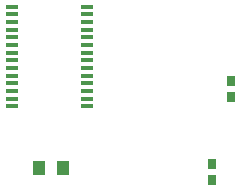
<source format=gbr>
G04 EAGLE Gerber RS-274X export*
G75*
%MOMM*%
%FSLAX34Y34*%
%LPD*%
%INSolderpaste Top*%
%IPPOS*%
%AMOC8*
5,1,8,0,0,1.08239X$1,22.5*%
G01*
%ADD10R,0.800000X0.850000*%
%ADD11R,1.000000X0.300000*%
%ADD12R,1.000000X1.250000*%


D10*
X214400Y196300D03*
X214400Y182300D03*
X231000Y252900D03*
X231000Y266900D03*
D11*
X44900Y329550D03*
X44900Y323050D03*
X44900Y316550D03*
X44900Y310050D03*
X44900Y303550D03*
X44900Y297050D03*
X44900Y290550D03*
X44900Y284050D03*
X44900Y277550D03*
X44900Y271050D03*
X44900Y264550D03*
X44900Y258050D03*
X44900Y251550D03*
X44900Y245050D03*
X108900Y245050D03*
X108900Y251550D03*
X108900Y258050D03*
X108900Y264550D03*
X108900Y271050D03*
X108900Y277550D03*
X108900Y284050D03*
X108900Y290550D03*
X108900Y297050D03*
X108900Y303550D03*
X108900Y310050D03*
X108900Y316550D03*
X108900Y323050D03*
X108900Y329550D03*
D12*
X88100Y192700D03*
X68100Y192700D03*
M02*

</source>
